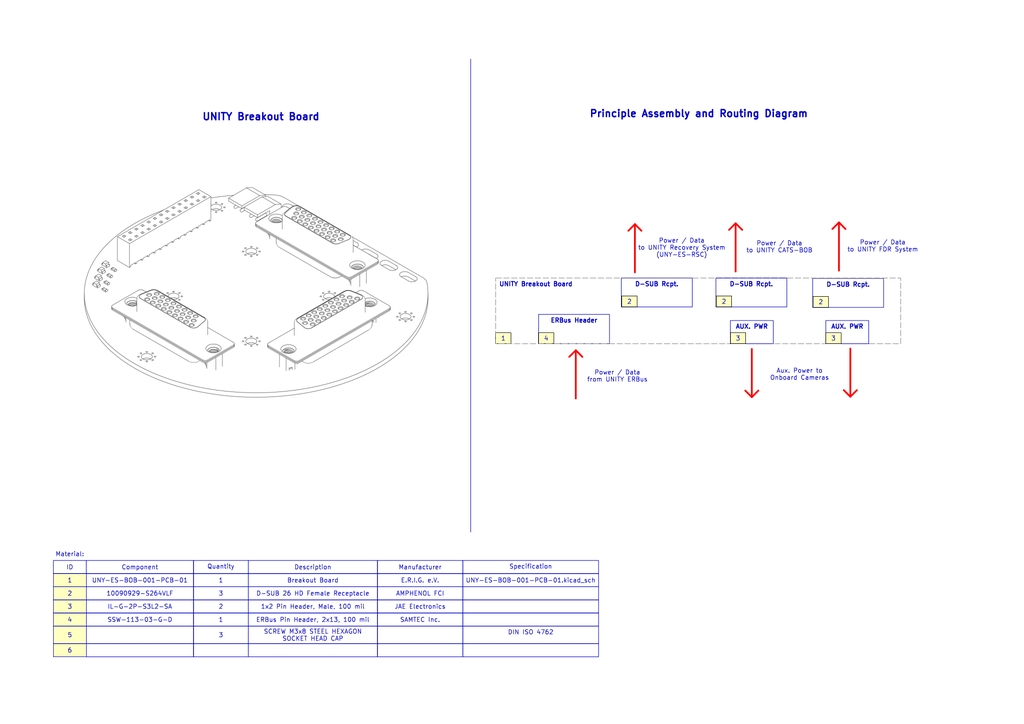
<source format=kicad_sch>
(kicad_sch (version 20250114) (generator "eeschema") (generator_version "9.0")
  (paper "A4")
  (title_block (title "Sensor MCU") (date "2025-08-23") (rev "0") (company "E.R.I.G. e.V."))
  (lib_symbols)
  (text "Principle Assembly and Routing Diagram" (at 202.692 33.147 0) (effects (font (size 2.032 2.032) (thickness 0.4064) (bold yes))))
  (text "UNITY Breakout Board" (at 75.692 34.036 0) (effects (font (size 2.032 2.032) (thickness 0.4064) (bold yes))))
  (text "Power / Data\nfrom UNITY ERBus" (at 179.07 109.22 0) (effects (font (size 1.27 1.27))))
  (text "Aux. Power to\nOnboard Cameras" (at 231.902 108.712 0) (effects (font (size 1.27 1.27))))
  (text "Power / Data\nto UNITY Recovery System\n(UNY-ES-RSC)" (at 197.739 72.009 0) (effects (font (size 1.27 1.27))))
  (text "Power / Data\nto UNITY CATS-BOB" (at 226.06 71.755 0) (effects (font (size 1.27 1.27))))
  (text "Power / Data\nto UNITY FDR System" (at 256.032 71.501 0) (effects (font (size 1.27 1.27))))
  (text_box "3" (at 56.134 170.18 0) (size 15.875 3.81) (margins 0.9525 0.9525 0.9525 0.9525) (effects (font (size 1.27 1.27))))
  (text_box "Manufacturer" (at 109.474 162.56 0) (size 24.765 3.81) (margins 0.9525 0.9525 0.9525 0.9525) (effects (font (size 1.27 1.27))))
  (text_box "" (at 134.239 186.69 0) (size 39.37 3.81) (margins 0.9525 0.9525 0.9525 0.9525) (effects (font (size 1.27 1.27)) (justify top)))
  (text_box "6" (at 15.494 186.69 0) (size 9.525 3.81) (margins 0.9525 0.9525 0.9525 0.9525) (fill (type color) (color 255 255 194 1)) (effects (font (size 1.27 1.27))))
  (text_box "10090929-S264VLF" (at 25.019 170.18 0) (size 31.115 3.81) (margins 0.9525 0.9525 0.9525 0.9525) (effects (font (size 1.27 1.27))))
  (text_box "" (at 134.239 177.8 0) (size 39.37 3.81) (margins 0.9525 0.9525 0.9525 0.9525) (effects (font (size 1.27 1.27)) (justify top)))
  (text_box "ERBus Header" (at 156.21 91.186 0) (size 20.574 8.509) (margins 0.9525 0.9525 0.9525 0.9525) (effects (font (size 1.27 1.27) (bold yes)) (justify top)))
  (text_box "1" (at 143.764 96.52 0) (size 4.445 3.175) (margins 0.9525 0.9525 0.9525 0.9525) (stroke (width 0) (color 0 0 0 1)) (fill (type color) (color 255 255 194 1)) (effects (font (size 1.27 1.27))))
  (text_box "Quantity\n" (at 56.134 162.56 0) (size 15.875 3.81) (margins 0.9525 0.9525 0.9525 0.9525) (effects (font (size 1.27 1.27)) (justify top)))
  (text_box "Material:" (at 15.494 158.75 0) (size 9.525 3.81) (margins 0.9524 0.9524 0.9524 0.9524) (stroke (width -0.0001)) (effects (font (size 1.27 1.27))))
  (text_box "5" (at 15.494 181.61 0) (size 9.525 5.08) (margins 0.9525 0.9525 0.9525 0.9525) (fill (type color) (color 255 255 194 1)) (effects (font (size 1.27 1.27))))
  (text_box "" (at 25.019 186.69 0) (size 31.115 3.81) (margins 0.9525 0.9525 0.9525 0.9525) (effects (font (size 1.27 1.27))))
  (text_box "D-SUB Rcpt." (at 235.712 80.772 0) (size 20.574 8.382) (margins 0.9525 0.9525 0.9525 0.9525) (effects (font (size 1.27 1.27) (bold yes)) (justify top)))
  (text_box "D-SUB Rcpt." (at 180.213 80.645 0) (size 20.574 8.382) (margins 0.9525 0.9525 0.9525 0.9525) (effects (font (size 1.27 1.27) (bold yes)) (justify top)))
  (text_box "2" (at 235.839 85.979 0) (size 4.445 3.175) (margins 0.9525 0.9525 0.9525 0.9525) (stroke (width 0) (color 0 0 0 1)) (fill (type color) (color 255 255 194 1)) (effects (font (size 1.27 1.27))))
  (text_box "AUX. PWR" (at 211.836 92.964 0) (size 12.446 6.731) (margins 0.9525 0.9525 0.9525 0.9525) (effects (font (size 1.27 1.27) (bold yes)) (justify top)))
  (text_box "ID" (at 15.494 162.56 0) (size 9.525 3.81) (margins 0.9525 0.9525 0.9525 0.9525) (effects (font (size 1.27 1.27))))
  (text_box "4" (at 156.21 96.52 0) (size 4.445 3.175) (margins 0.9525 0.9525 0.9525 0.9525) (stroke (width 0) (color 0 0 0 1)) (fill (type color) (color 255 255 194 1)) (effects (font (size 1.27 1.27))))
  (text_box "" (at 25.019 181.61 0) (size 31.115 5.08) (margins 0.9525 0.9525 0.9525 0.9525) (effects (font (size 1.27 1.27))))
  (text_box "Breakout Board" (at 72.009 166.37 0) (size 37.465 3.81) (margins 0.9525 0.9525 0.9525 0.9525) (effects (font (size 1.27 1.27))))
  (text_box "SCREW M3x8 STEEL HEXAGON SOCKET HEAD CAP" (at 72.009 181.61 0) (size 37.465 5.08) (margins 0.9525 0.9525 0.9525 0.9525) (effects (font (size 1.27 1.27))))
  (text_box "UNY-ES-BOB-001-PCB-01.kicad_sch" (at 134.239 166.37 0) (size 39.37 3.81) (margins 0.9525 0.9525 0.9525 0.9525) (effects (font (size 1.27 1.27))))
  (text_box "" (at 109.474 181.61 0) (size 24.765 5.08) (margins 0.9525 0.9525 0.9525 0.9525) (effects (font (size 1.27 1.27))))
  (text_box "ERBus Pin Header, 2x13, 100 mil" (at 72.009 177.8 0) (size 37.465 3.81) (margins 0.9525 0.9525 0.9525 0.9525) (effects (font (size 1.27 1.27))))
  (text_box "" (at 56.134 186.69 0) (size 15.875 3.81) (margins 0.9525 0.9525 0.9525 0.9525) (effects (font (size 1.27 1.27))))
  (text_box "3" (at 211.836 96.52 0) (size 4.445 3.175) (margins 0.9525 0.9525 0.9525 0.9525) (stroke (width 0) (color 0 0 0 1)) (fill (type color) (color 255 255 194 1)) (effects (font (size 1.27 1.27))))
  (text_box "UNY-ES-BOB-001-PCB-01" (at 25.019 166.37 0) (size 31.115 3.81) (margins 0.9525 0.9525 0.9525 0.9525) (effects (font (size 1.27 1.27))))
  (text_box "SSW-113-03-G-D" (at 25.019 177.8 0) (size 31.115 3.81) (margins 0.9525 0.9525 0.9525 0.9525) (effects (font (size 1.27 1.27))))
  (text_box "AUX. PWR" (at 239.522 92.964 0) (size 12.446 6.731) (margins 0.9525 0.9525 0.9525 0.9525) (effects (font (size 1.27 1.27) (bold yes)) (justify top)))
  (text_box "AMPHENOL FCI" (at 109.474 170.18 0) (size 24.765 3.81) (margins 0.9525 0.9525 0.9525 0.9525) (effects (font (size 1.27 1.27))))
  (text_box "Description\n" (at 72.009 162.56 0) (size 37.465 3.81) (margins 0.9525 0.9525 0.9525 0.9525) (effects (font (size 1.27 1.27))))
  (text_box "" (at 109.474 186.69 0) (size 24.765 3.81) (margins 0.9525 0.9525 0.9525 0.9525) (effects (font (size 1.27 1.27))))
  (text_box "" (at 134.239 173.99 0) (size 39.37 3.81) (margins 0.9525 0.9525 0.9525 0.9525) (effects (font (size 1.27 1.27)) (justify top)))
  (text_box "2" (at 56.134 173.99 0) (size 15.875 3.81) (margins 0.9525 0.9525 0.9525 0.9525) (effects (font (size 1.27 1.27))))
  (text_box "1" (at 56.134 177.8 0) (size 15.875 3.81) (margins 0.9525 0.9525 0.9525 0.9525) (effects (font (size 1.27 1.27))))
  (text_box "DIN ISO 4762" (at 134.239 181.61 0) (size 39.37 5.08) (margins 0.9525 0.9525 0.9525 0.9525) (effects (font (size 1.27 1.27)) (justify top)))
  (text_box "D-SUB Rcpt." (at 207.645 80.645 0) (size 20.574 8.382) (margins 0.9525 0.9525 0.9525 0.9525) (effects (font (size 1.27 1.27) (bold yes)) (justify top)))
  (text_box "Specification" (at 134.239 162.56 0) (size 39.37 3.81) (margins 0.9525 0.9525 0.9525 0.9525) (effects (font (size 1.27 1.27)) (justify top)))
  (text_box "1" (at 15.494 166.37 0) (size 9.525 3.81) (margins 0.9525 0.9525 0.9525 0.9525) (fill (type color) (color 255 255 194 1)) (effects (font (size 1.27 1.27))))
  (text_box "2" (at 180.34 85.852 0) (size 4.445 3.175) (margins 0.9525 0.9525 0.9525 0.9525) (stroke (width 0) (color 0 0 0 1)) (fill (type color) (color 255 255 194 1)) (effects (font (size 1.27 1.27))))
  (text_box "1x2 Pin Header, Male, 100 mil" (at 72.009 173.99 0) (size 37.465 3.81) (margins 0.9525 0.9525 0.9525 0.9525) (effects (font (size 1.27 1.27))))
  (text_box "3" (at 56.134 181.61 0) (size 15.875 5.08) (margins 0.9525 0.9525 0.9525 0.9525) (effects (font (size 1.27 1.27))))
  (text_box "4" (at 15.494 177.8 0) (size 9.525 3.81) (margins 0.9525 0.9525 0.9525 0.9525) (fill (type color) (color 255 255 194 1)) (effects (font (size 1.27 1.27))))
  (text_box "UNITY Breakout Board" (at 143.764 80.645 0) (size 117.475 19.05) (margins 0.9525 0.9525 0.9525 0.9525) (stroke (width 0) (type dash) (color 132 132 132 1)) (effects (font (size 1.27 1.27) (bold yes)) (justify left top)))
  (text_box "3" (at 15.494 173.99 0) (size 9.525 3.81) (margins 0.9525 0.9525 0.9525 0.9525) (fill (type color) (color 255 255 194 1)) (effects (font (size 1.27 1.27))))
  (text_box "E.R.I.G. e.V.\n" (at 109.474 166.37 0) (size 24.765 3.81) (margins 0.9525 0.9525 0.9525 0.9525) (effects (font (size 1.27 1.27))))
  (text_box "" (at 72.009 186.69 0) (size 37.465 3.81) (margins 0.9525 0.9525 0.9525 0.9525) (effects (font (size 1.27 1.27))))
  (text_box "IL-G-2P-S3L2-SA" (at 25.019 173.99 0) (size 31.115 3.81) (margins 0.9525 0.9525 0.9525 0.9525) (effects (font (size 1.27 1.27))))
  (text_box "SAMTEC Inc." (at 109.474 177.8 0) (size 24.765 3.81) (margins 0.9525 0.9525 0.9525 0.9525) (effects (font (size 1.27 1.27))))
  (text_box "D-SUB 26 HD Female Receptacle" (at 72.009 170.18 0) (size 37.465 3.81) (margins 0.9525 0.9525 0.9525 0.9525) (effects (font (size 1.27 1.27))))
  (text_box "2" (at 15.494 170.18 0) (size 9.525 3.81) (margins 0.9525 0.9525 0.9525 0.9525) (fill (type color) (color 255 255 194 1)) (effects (font (size 1.27 1.27))))
  (text_box "2" (at 207.772 85.852 0) (size 4.445 3.175) (margins 0.9525 0.9525 0.9525 0.9525) (stroke (width 0) (color 0 0 0 1)) (fill (type color) (color 255 255 194 1)) (effects (font (size 1.27 1.27))))
  (text_box "3" (at 239.522 96.52 0) (size 4.445 3.175) (margins 0.9525 0.9525 0.9525 0.9525) (stroke (width 0) (color 0 0 0 1)) (fill (type color) (color 255 255 194 1)) (effects (font (size 1.27 1.27))))
  (text_box "Component\n" (at 25.019 162.56 0) (size 31.115 3.81) (margins 0.9525 0.9525 0.9525 0.9525) (effects (font (size 1.27 1.27))))
  (text_box "1" (at 56.134 166.37 0) (size 15.875 3.81) (margins 0.9525 0.9525 0.9525 0.9525) (effects (font (size 1.27 1.27))))
  (text_box "JAE Electronics" (at 109.474 173.99 0) (size 24.765 3.81) (margins 0.9525 0.9525 0.9525 0.9525) (effects (font (size 1.27 1.27))))
  (text_box "" (at 134.239 170.18 0) (size 39.37 3.81) (margins 0.9525 0.9525 0.9525 0.9525) (effects (font (size 1.27 1.27))))
  (polyline (pts (xy 211.455 66.675) (xy 213.36 64.77)) (stroke (width 0.508) (color 255 0 0 1)))
  (polyline (pts (xy 167.005 101.6) (xy 167.005 115.57)) (stroke (width 0.508) (color 255 0 0 1)))
  (polyline (pts (xy 248.539 113.157) (xy 246.634 115.062)) (stroke (width 0.508) (color 255 0 0 1)))
  (polyline (pts (xy 167.005 101.6) (xy 168.91 103.505)) (stroke (width 0.508) (color 255 0 0 1)))
  (polyline (pts (xy 136.525 17.145) (xy 136.525 154.305)))
  (polyline (pts (xy 218.059 115.189) (xy 216.154 113.284)) (stroke (width 0.508) (color 255 0 0 1)))
  (polyline (pts (xy 213.36 64.77) (xy 213.36 78.74)) (stroke (width 0.508) (color 255 0 0 1)))
  (polyline (pts (xy 243.332 64.516) (xy 243.332 78.486)) (stroke (width 0.508) (color 255 0 0 1)))
  (polyline (pts (xy 184.15 65.024) (xy 186.055 66.929)) (stroke (width 0.508) (color 255 0 0 1)))
  (polyline (pts (xy 243.332 64.516) (xy 245.237 66.421)) (stroke (width 0.508) (color 255 0 0 1)))
  (polyline (pts (xy 218.059 115.189) (xy 218.059 101.219)) (stroke (width 0.508) (color 255 0 0 1)))
  (polyline (pts (xy 165.1 103.505) (xy 167.005 101.6)) (stroke (width 0.508) (color 255 0 0 1)))
  (polyline (pts (xy 219.964 113.284) (xy 218.059 115.189)) (stroke (width 0.508) (color 255 0 0 1)))
  (polyline (pts (xy 213.36 64.77) (xy 215.265 66.675)) (stroke (width 0.508) (color 255 0 0 1)))
  (polyline (pts (xy 184.15 65.024) (xy 184.15 78.994)) (stroke (width 0.508) (color 255 0 0 1)))
  (polyline (pts (xy 241.427 66.421) (xy 243.332 64.516)) (stroke (width 0.508) (color 255 0 0 1)))
  (polyline (pts (xy 246.634 115.062) (xy 246.634 101.092)) (stroke (width 0.508) (color 255 0 0 1)))
  (polyline (pts (xy 182.245 66.929) (xy 184.15 65.024)) (stroke (width 0.508) (color 255 0 0 1)))
  (polyline (pts (xy 246.634 115.062) (xy 244.729 113.157)) (stroke (width 0.508) (color 255 0 0 1)))
  (image (at 74.295 85.09) (scale 0.386909))
)
</source>
